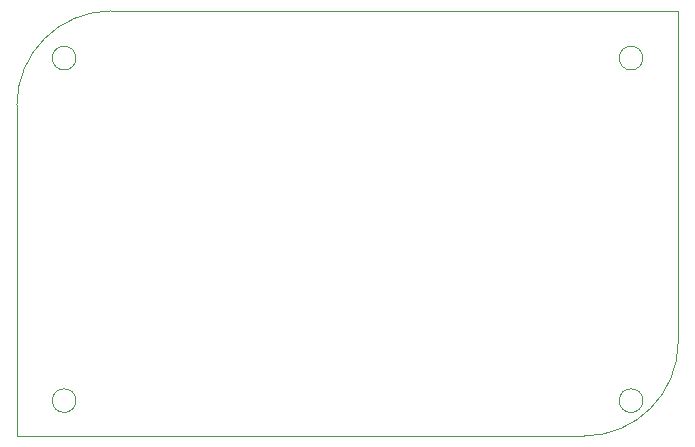
<source format=gbr>
G04 #@! TF.GenerationSoftware,KiCad,Pcbnew,(5.1.5)-3*
G04 #@! TF.CreationDate,2020-04-08T14:33:05+08:00*
G04 #@! TF.ProjectId,vllink_highspeed.r0,766c6c69-6e6b-45f6-9869-676873706565,rev?*
G04 #@! TF.SameCoordinates,Original*
G04 #@! TF.FileFunction,Profile,NP*
%FSLAX46Y46*%
G04 Gerber Fmt 4.6, Leading zero omitted, Abs format (unit mm)*
G04 Created by KiCad (PCBNEW (5.1.5)-3) date 2020-04-08 14:33:05*
%MOMM*%
%LPD*%
G04 APERTURE LIST*
%ADD10C,0.050000*%
G04 APERTURE END LIST*
D10*
X105000000Y-133000000D02*
G75*
G03X105000000Y-133000000I-1000000J0D01*
G01*
X153000000Y-133000000D02*
G75*
G03X153000000Y-133000000I-1000000J0D01*
G01*
X153000000Y-104000000D02*
G75*
G03X153000000Y-104000000I-1000000J0D01*
G01*
X105000000Y-104000000D02*
G75*
G03X105000000Y-104000000I-1000000J0D01*
G01*
X156000000Y-128000000D02*
G75*
G02X148000000Y-136000000I-8000000J0D01*
G01*
X100000000Y-108000000D02*
G75*
G02X108000000Y-100000000I8000000J0D01*
G01*
X156000000Y-100000000D02*
X108000000Y-100000000D01*
X156000000Y-128000000D02*
X156000000Y-100000000D01*
X100000000Y-136000000D02*
X148000000Y-136000000D01*
X100000000Y-108000000D02*
X100000000Y-136000000D01*
M02*

</source>
